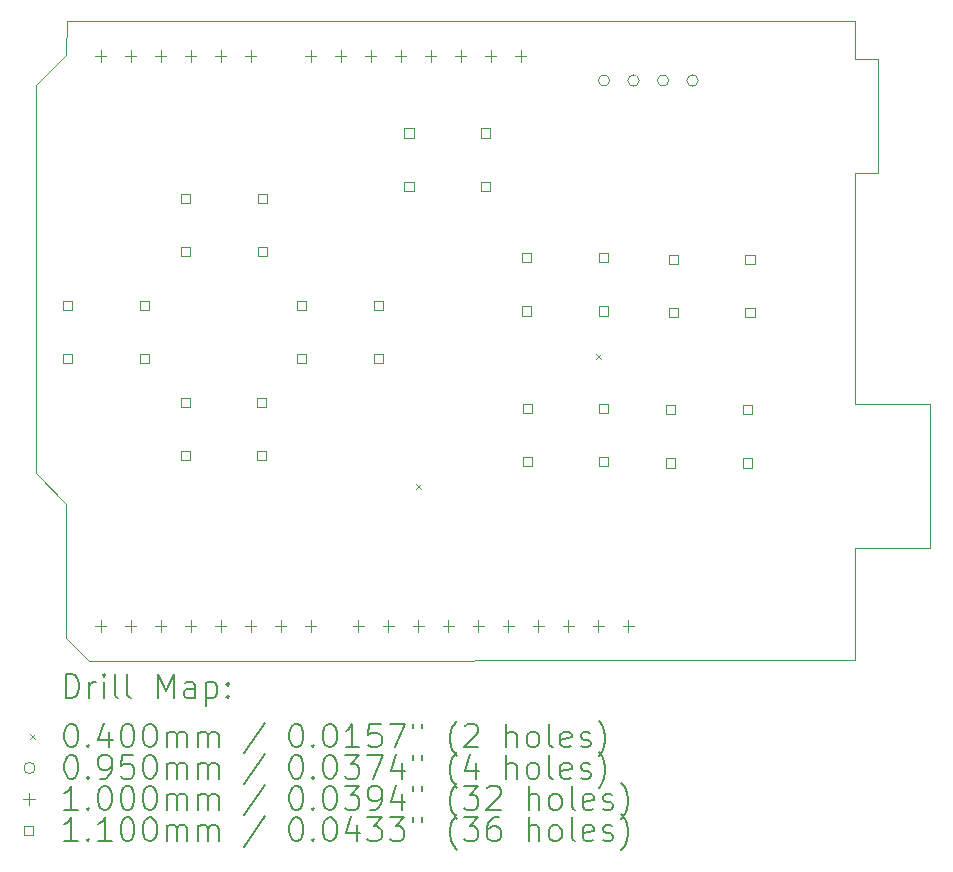
<source format=gbr>
%FSLAX45Y45*%
G04 Gerber Fmt 4.5, Leading zero omitted, Abs format (unit mm)*
G04 Created by KiCad (PCBNEW (6.0.6)) date 2022-11-26 23:59:41*
%MOMM*%
%LPD*%
G01*
G04 APERTURE LIST*
%TA.AperFunction,Profile*%
%ADD10C,0.100000*%
%TD*%
%ADD11C,0.200000*%
%ADD12C,0.040000*%
%ADD13C,0.095000*%
%ADD14C,0.100000*%
%ADD15C,0.110000*%
G04 APERTURE END LIST*
D10*
X4030980Y-6728460D02*
X4033520Y-6441440D01*
X3776980Y-6982460D02*
X4030980Y-6728460D01*
X3771900Y-10269220D02*
X3776980Y-6982460D01*
X4030980Y-10525760D02*
X3771900Y-10269220D01*
X4030980Y-11666220D02*
X4030980Y-10525760D01*
X4218940Y-11854180D02*
X4030980Y-11666220D01*
X10706100Y-11851640D02*
X4218940Y-11854180D01*
X10706100Y-10901680D02*
X10706100Y-11851640D01*
X11346180Y-10901680D02*
X10706100Y-10901680D01*
X11343640Y-9682480D02*
X11346180Y-10901680D01*
X10706100Y-9682480D02*
X11343640Y-9682480D01*
X10706100Y-7724140D02*
X10706100Y-9682480D01*
X10899140Y-7724140D02*
X10706100Y-7724140D01*
X10899140Y-6761480D02*
X10899140Y-7724140D01*
X10708640Y-6758940D02*
X10899140Y-6761480D01*
X10708640Y-6438900D02*
X10708640Y-6758940D01*
X4033520Y-6441440D02*
X10708640Y-6438900D01*
D11*
D12*
X6992940Y-10360980D02*
X7032940Y-10400980D01*
X7032940Y-10360980D02*
X6992940Y-10400980D01*
X8519480Y-9261160D02*
X8559480Y-9301160D01*
X8559480Y-9261160D02*
X8519480Y-9301160D01*
D13*
X8631080Y-6942660D02*
G75*
G03*
X8631080Y-6942660I-47500J0D01*
G01*
X8881080Y-6942660D02*
G75*
G03*
X8881080Y-6942660I-47500J0D01*
G01*
X9131080Y-6942660D02*
G75*
G03*
X9131080Y-6942660I-47500J0D01*
G01*
X9381080Y-6942660D02*
G75*
G03*
X9381080Y-6942660I-47500J0D01*
G01*
D14*
X4320540Y-6683540D02*
X4320540Y-6783540D01*
X4270540Y-6733540D02*
X4370540Y-6733540D01*
X4320540Y-11509540D02*
X4320540Y-11609540D01*
X4270540Y-11559540D02*
X4370540Y-11559540D01*
X4574540Y-6683540D02*
X4574540Y-6783540D01*
X4524540Y-6733540D02*
X4624540Y-6733540D01*
X4574540Y-11509540D02*
X4574540Y-11609540D01*
X4524540Y-11559540D02*
X4624540Y-11559540D01*
X4828540Y-6683540D02*
X4828540Y-6783540D01*
X4778540Y-6733540D02*
X4878540Y-6733540D01*
X4828540Y-11509540D02*
X4828540Y-11609540D01*
X4778540Y-11559540D02*
X4878540Y-11559540D01*
X5082540Y-6683540D02*
X5082540Y-6783540D01*
X5032540Y-6733540D02*
X5132540Y-6733540D01*
X5082540Y-11509540D02*
X5082540Y-11609540D01*
X5032540Y-11559540D02*
X5132540Y-11559540D01*
X5336540Y-6683540D02*
X5336540Y-6783540D01*
X5286540Y-6733540D02*
X5386540Y-6733540D01*
X5336540Y-11509540D02*
X5336540Y-11609540D01*
X5286540Y-11559540D02*
X5386540Y-11559540D01*
X5590540Y-6683540D02*
X5590540Y-6783540D01*
X5540540Y-6733540D02*
X5640540Y-6733540D01*
X5590540Y-11509540D02*
X5590540Y-11609540D01*
X5540540Y-11559540D02*
X5640540Y-11559540D01*
X5844540Y-11509540D02*
X5844540Y-11609540D01*
X5794540Y-11559540D02*
X5894540Y-11559540D01*
X6098540Y-6683540D02*
X6098540Y-6783540D01*
X6048540Y-6733540D02*
X6148540Y-6733540D01*
X6098540Y-11509540D02*
X6098540Y-11609540D01*
X6048540Y-11559540D02*
X6148540Y-11559540D01*
X6352540Y-6683540D02*
X6352540Y-6783540D01*
X6302540Y-6733540D02*
X6402540Y-6733540D01*
X6504540Y-11509540D02*
X6504540Y-11609540D01*
X6454540Y-11559540D02*
X6554540Y-11559540D01*
X6606540Y-6683540D02*
X6606540Y-6783540D01*
X6556540Y-6733540D02*
X6656540Y-6733540D01*
X6758540Y-11509540D02*
X6758540Y-11609540D01*
X6708540Y-11559540D02*
X6808540Y-11559540D01*
X6860540Y-6683540D02*
X6860540Y-6783540D01*
X6810540Y-6733540D02*
X6910540Y-6733540D01*
X7012540Y-11509540D02*
X7012540Y-11609540D01*
X6962540Y-11559540D02*
X7062540Y-11559540D01*
X7114540Y-6683540D02*
X7114540Y-6783540D01*
X7064540Y-6733540D02*
X7164540Y-6733540D01*
X7266540Y-11509540D02*
X7266540Y-11609540D01*
X7216540Y-11559540D02*
X7316540Y-11559540D01*
X7368540Y-6683540D02*
X7368540Y-6783540D01*
X7318540Y-6733540D02*
X7418540Y-6733540D01*
X7520540Y-11509540D02*
X7520540Y-11609540D01*
X7470540Y-11559540D02*
X7570540Y-11559540D01*
X7622540Y-6683540D02*
X7622540Y-6783540D01*
X7572540Y-6733540D02*
X7672540Y-6733540D01*
X7774540Y-11509540D02*
X7774540Y-11609540D01*
X7724540Y-11559540D02*
X7824540Y-11559540D01*
X7876540Y-6683540D02*
X7876540Y-6783540D01*
X7826540Y-6733540D02*
X7926540Y-6733540D01*
X8028540Y-11509540D02*
X8028540Y-11609540D01*
X7978540Y-11559540D02*
X8078540Y-11559540D01*
X8282540Y-11509540D02*
X8282540Y-11609540D01*
X8232540Y-11559540D02*
X8332540Y-11559540D01*
X8536540Y-11509540D02*
X8536540Y-11609540D01*
X8486540Y-11559540D02*
X8586540Y-11559540D01*
X8790540Y-11509540D02*
X8790540Y-11609540D01*
X8740540Y-11559540D02*
X8840540Y-11559540D01*
D15*
X4080151Y-8886771D02*
X4080151Y-8808989D01*
X4002369Y-8808989D01*
X4002369Y-8886771D01*
X4080151Y-8886771D01*
X4080151Y-9336771D02*
X4080151Y-9258989D01*
X4002369Y-9258989D01*
X4002369Y-9336771D01*
X4080151Y-9336771D01*
X4730151Y-8886771D02*
X4730151Y-8808989D01*
X4652369Y-8808989D01*
X4652369Y-8886771D01*
X4730151Y-8886771D01*
X4730151Y-9336771D02*
X4730151Y-9258989D01*
X4652369Y-9258989D01*
X4652369Y-9336771D01*
X4730151Y-9336771D01*
X5075831Y-9707191D02*
X5075831Y-9629409D01*
X4998049Y-9629409D01*
X4998049Y-9707191D01*
X5075831Y-9707191D01*
X5075831Y-10157191D02*
X5075831Y-10079409D01*
X4998049Y-10079409D01*
X4998049Y-10157191D01*
X5075831Y-10157191D01*
X5080911Y-7979991D02*
X5080911Y-7902209D01*
X5003129Y-7902209D01*
X5003129Y-7979991D01*
X5080911Y-7979991D01*
X5080911Y-8429991D02*
X5080911Y-8352209D01*
X5003129Y-8352209D01*
X5003129Y-8429991D01*
X5080911Y-8429991D01*
X5725831Y-9707191D02*
X5725831Y-9629409D01*
X5648049Y-9629409D01*
X5648049Y-9707191D01*
X5725831Y-9707191D01*
X5725831Y-10157191D02*
X5725831Y-10079409D01*
X5648049Y-10079409D01*
X5648049Y-10157191D01*
X5725831Y-10157191D01*
X5730911Y-7979991D02*
X5730911Y-7902209D01*
X5653129Y-7902209D01*
X5653129Y-7979991D01*
X5730911Y-7979991D01*
X5730911Y-8429991D02*
X5730911Y-8352209D01*
X5653129Y-8352209D01*
X5653129Y-8429991D01*
X5730911Y-8429991D01*
X6063891Y-8884231D02*
X6063891Y-8806449D01*
X5986109Y-8806449D01*
X5986109Y-8884231D01*
X6063891Y-8884231D01*
X6063891Y-9334231D02*
X6063891Y-9256449D01*
X5986109Y-9256449D01*
X5986109Y-9334231D01*
X6063891Y-9334231D01*
X6713891Y-8884231D02*
X6713891Y-8806449D01*
X6636109Y-8806449D01*
X6636109Y-8884231D01*
X6713891Y-8884231D01*
X6713891Y-9334231D02*
X6713891Y-9256449D01*
X6636109Y-9256449D01*
X6636109Y-9334231D01*
X6713891Y-9334231D01*
X6970671Y-7426271D02*
X6970671Y-7348489D01*
X6892889Y-7348489D01*
X6892889Y-7426271D01*
X6970671Y-7426271D01*
X6970671Y-7876271D02*
X6970671Y-7798489D01*
X6892889Y-7798489D01*
X6892889Y-7876271D01*
X6970671Y-7876271D01*
X7620671Y-7426271D02*
X7620671Y-7348489D01*
X7542889Y-7348489D01*
X7542889Y-7426271D01*
X7620671Y-7426271D01*
X7620671Y-7876271D02*
X7620671Y-7798489D01*
X7542889Y-7798489D01*
X7542889Y-7876271D01*
X7620671Y-7876271D01*
X7968891Y-8482911D02*
X7968891Y-8405129D01*
X7891109Y-8405129D01*
X7891109Y-8482911D01*
X7968891Y-8482911D01*
X7968891Y-8932911D02*
X7968891Y-8855129D01*
X7891109Y-8855129D01*
X7891109Y-8932911D01*
X7968891Y-8932911D01*
X7971431Y-9757991D02*
X7971431Y-9680209D01*
X7893649Y-9680209D01*
X7893649Y-9757991D01*
X7971431Y-9757991D01*
X7971431Y-10207991D02*
X7971431Y-10130209D01*
X7893649Y-10130209D01*
X7893649Y-10207991D01*
X7971431Y-10207991D01*
X8618891Y-8482911D02*
X8618891Y-8405129D01*
X8541109Y-8405129D01*
X8541109Y-8482911D01*
X8618891Y-8482911D01*
X8618891Y-8932911D02*
X8618891Y-8855129D01*
X8541109Y-8855129D01*
X8541109Y-8932911D01*
X8618891Y-8932911D01*
X8621431Y-9757991D02*
X8621431Y-9680209D01*
X8543649Y-9680209D01*
X8543649Y-9757991D01*
X8621431Y-9757991D01*
X8621431Y-10207991D02*
X8621431Y-10130209D01*
X8543649Y-10130209D01*
X8543649Y-10207991D01*
X8621431Y-10207991D01*
X9187971Y-9769631D02*
X9187971Y-9691849D01*
X9110189Y-9691849D01*
X9110189Y-9769631D01*
X9187971Y-9769631D01*
X9187971Y-10219631D02*
X9187971Y-10141849D01*
X9110189Y-10141849D01*
X9110189Y-10219631D01*
X9187971Y-10219631D01*
X9208291Y-8497091D02*
X9208291Y-8419309D01*
X9130509Y-8419309D01*
X9130509Y-8497091D01*
X9208291Y-8497091D01*
X9208291Y-8947091D02*
X9208291Y-8869309D01*
X9130509Y-8869309D01*
X9130509Y-8947091D01*
X9208291Y-8947091D01*
X9837971Y-9769631D02*
X9837971Y-9691849D01*
X9760189Y-9691849D01*
X9760189Y-9769631D01*
X9837971Y-9769631D01*
X9837971Y-10219631D02*
X9837971Y-10141849D01*
X9760189Y-10141849D01*
X9760189Y-10219631D01*
X9837971Y-10219631D01*
X9858291Y-8497091D02*
X9858291Y-8419309D01*
X9780509Y-8419309D01*
X9780509Y-8497091D01*
X9858291Y-8497091D01*
X9858291Y-8947091D02*
X9858291Y-8869309D01*
X9780509Y-8869309D01*
X9780509Y-8947091D01*
X9858291Y-8947091D01*
D11*
X4024519Y-12169656D02*
X4024519Y-11969656D01*
X4072138Y-11969656D01*
X4100709Y-11979180D01*
X4119757Y-11998228D01*
X4129281Y-12017275D01*
X4138805Y-12055370D01*
X4138805Y-12083942D01*
X4129281Y-12122037D01*
X4119757Y-12141085D01*
X4100709Y-12160132D01*
X4072138Y-12169656D01*
X4024519Y-12169656D01*
X4224519Y-12169656D02*
X4224519Y-12036323D01*
X4224519Y-12074418D02*
X4234043Y-12055370D01*
X4243567Y-12045847D01*
X4262614Y-12036323D01*
X4281662Y-12036323D01*
X4348329Y-12169656D02*
X4348329Y-12036323D01*
X4348329Y-11969656D02*
X4338805Y-11979180D01*
X4348329Y-11988704D01*
X4357852Y-11979180D01*
X4348329Y-11969656D01*
X4348329Y-11988704D01*
X4472138Y-12169656D02*
X4453090Y-12160132D01*
X4443567Y-12141085D01*
X4443567Y-11969656D01*
X4576900Y-12169656D02*
X4557852Y-12160132D01*
X4548329Y-12141085D01*
X4548329Y-11969656D01*
X4805471Y-12169656D02*
X4805471Y-11969656D01*
X4872138Y-12112513D01*
X4938805Y-11969656D01*
X4938805Y-12169656D01*
X5119757Y-12169656D02*
X5119757Y-12064894D01*
X5110233Y-12045847D01*
X5091186Y-12036323D01*
X5053090Y-12036323D01*
X5034043Y-12045847D01*
X5119757Y-12160132D02*
X5100710Y-12169656D01*
X5053090Y-12169656D01*
X5034043Y-12160132D01*
X5024519Y-12141085D01*
X5024519Y-12122037D01*
X5034043Y-12102989D01*
X5053090Y-12093466D01*
X5100710Y-12093466D01*
X5119757Y-12083942D01*
X5214995Y-12036323D02*
X5214995Y-12236323D01*
X5214995Y-12045847D02*
X5234043Y-12036323D01*
X5272138Y-12036323D01*
X5291186Y-12045847D01*
X5300710Y-12055370D01*
X5310233Y-12074418D01*
X5310233Y-12131561D01*
X5300710Y-12150608D01*
X5291186Y-12160132D01*
X5272138Y-12169656D01*
X5234043Y-12169656D01*
X5214995Y-12160132D01*
X5395948Y-12150608D02*
X5405471Y-12160132D01*
X5395948Y-12169656D01*
X5386424Y-12160132D01*
X5395948Y-12150608D01*
X5395948Y-12169656D01*
X5395948Y-12045847D02*
X5405471Y-12055370D01*
X5395948Y-12064894D01*
X5386424Y-12055370D01*
X5395948Y-12045847D01*
X5395948Y-12064894D01*
D12*
X3726900Y-12479180D02*
X3766900Y-12519180D01*
X3766900Y-12479180D02*
X3726900Y-12519180D01*
D11*
X4062614Y-12389656D02*
X4081662Y-12389656D01*
X4100709Y-12399180D01*
X4110233Y-12408704D01*
X4119757Y-12427751D01*
X4129281Y-12465847D01*
X4129281Y-12513466D01*
X4119757Y-12551561D01*
X4110233Y-12570608D01*
X4100709Y-12580132D01*
X4081662Y-12589656D01*
X4062614Y-12589656D01*
X4043567Y-12580132D01*
X4034043Y-12570608D01*
X4024519Y-12551561D01*
X4014995Y-12513466D01*
X4014995Y-12465847D01*
X4024519Y-12427751D01*
X4034043Y-12408704D01*
X4043567Y-12399180D01*
X4062614Y-12389656D01*
X4214995Y-12570608D02*
X4224519Y-12580132D01*
X4214995Y-12589656D01*
X4205471Y-12580132D01*
X4214995Y-12570608D01*
X4214995Y-12589656D01*
X4395948Y-12456323D02*
X4395948Y-12589656D01*
X4348329Y-12380132D02*
X4300710Y-12522989D01*
X4424519Y-12522989D01*
X4538805Y-12389656D02*
X4557852Y-12389656D01*
X4576900Y-12399180D01*
X4586424Y-12408704D01*
X4595948Y-12427751D01*
X4605471Y-12465847D01*
X4605471Y-12513466D01*
X4595948Y-12551561D01*
X4586424Y-12570608D01*
X4576900Y-12580132D01*
X4557852Y-12589656D01*
X4538805Y-12589656D01*
X4519757Y-12580132D01*
X4510233Y-12570608D01*
X4500710Y-12551561D01*
X4491186Y-12513466D01*
X4491186Y-12465847D01*
X4500710Y-12427751D01*
X4510233Y-12408704D01*
X4519757Y-12399180D01*
X4538805Y-12389656D01*
X4729281Y-12389656D02*
X4748329Y-12389656D01*
X4767376Y-12399180D01*
X4776900Y-12408704D01*
X4786424Y-12427751D01*
X4795948Y-12465847D01*
X4795948Y-12513466D01*
X4786424Y-12551561D01*
X4776900Y-12570608D01*
X4767376Y-12580132D01*
X4748329Y-12589656D01*
X4729281Y-12589656D01*
X4710233Y-12580132D01*
X4700710Y-12570608D01*
X4691186Y-12551561D01*
X4681662Y-12513466D01*
X4681662Y-12465847D01*
X4691186Y-12427751D01*
X4700710Y-12408704D01*
X4710233Y-12399180D01*
X4729281Y-12389656D01*
X4881662Y-12589656D02*
X4881662Y-12456323D01*
X4881662Y-12475370D02*
X4891186Y-12465847D01*
X4910233Y-12456323D01*
X4938805Y-12456323D01*
X4957852Y-12465847D01*
X4967376Y-12484894D01*
X4967376Y-12589656D01*
X4967376Y-12484894D02*
X4976900Y-12465847D01*
X4995948Y-12456323D01*
X5024519Y-12456323D01*
X5043567Y-12465847D01*
X5053090Y-12484894D01*
X5053090Y-12589656D01*
X5148329Y-12589656D02*
X5148329Y-12456323D01*
X5148329Y-12475370D02*
X5157852Y-12465847D01*
X5176900Y-12456323D01*
X5205471Y-12456323D01*
X5224519Y-12465847D01*
X5234043Y-12484894D01*
X5234043Y-12589656D01*
X5234043Y-12484894D02*
X5243567Y-12465847D01*
X5262614Y-12456323D01*
X5291186Y-12456323D01*
X5310233Y-12465847D01*
X5319757Y-12484894D01*
X5319757Y-12589656D01*
X5710233Y-12380132D02*
X5538805Y-12637275D01*
X5967376Y-12389656D02*
X5986424Y-12389656D01*
X6005471Y-12399180D01*
X6014995Y-12408704D01*
X6024519Y-12427751D01*
X6034043Y-12465847D01*
X6034043Y-12513466D01*
X6024519Y-12551561D01*
X6014995Y-12570608D01*
X6005471Y-12580132D01*
X5986424Y-12589656D01*
X5967376Y-12589656D01*
X5948328Y-12580132D01*
X5938805Y-12570608D01*
X5929281Y-12551561D01*
X5919757Y-12513466D01*
X5919757Y-12465847D01*
X5929281Y-12427751D01*
X5938805Y-12408704D01*
X5948328Y-12399180D01*
X5967376Y-12389656D01*
X6119757Y-12570608D02*
X6129281Y-12580132D01*
X6119757Y-12589656D01*
X6110233Y-12580132D01*
X6119757Y-12570608D01*
X6119757Y-12589656D01*
X6253090Y-12389656D02*
X6272138Y-12389656D01*
X6291186Y-12399180D01*
X6300709Y-12408704D01*
X6310233Y-12427751D01*
X6319757Y-12465847D01*
X6319757Y-12513466D01*
X6310233Y-12551561D01*
X6300709Y-12570608D01*
X6291186Y-12580132D01*
X6272138Y-12589656D01*
X6253090Y-12589656D01*
X6234043Y-12580132D01*
X6224519Y-12570608D01*
X6214995Y-12551561D01*
X6205471Y-12513466D01*
X6205471Y-12465847D01*
X6214995Y-12427751D01*
X6224519Y-12408704D01*
X6234043Y-12399180D01*
X6253090Y-12389656D01*
X6510233Y-12589656D02*
X6395948Y-12589656D01*
X6453090Y-12589656D02*
X6453090Y-12389656D01*
X6434043Y-12418228D01*
X6414995Y-12437275D01*
X6395948Y-12446799D01*
X6691186Y-12389656D02*
X6595948Y-12389656D01*
X6586424Y-12484894D01*
X6595948Y-12475370D01*
X6614995Y-12465847D01*
X6662614Y-12465847D01*
X6681662Y-12475370D01*
X6691186Y-12484894D01*
X6700709Y-12503942D01*
X6700709Y-12551561D01*
X6691186Y-12570608D01*
X6681662Y-12580132D01*
X6662614Y-12589656D01*
X6614995Y-12589656D01*
X6595948Y-12580132D01*
X6586424Y-12570608D01*
X6767376Y-12389656D02*
X6900709Y-12389656D01*
X6814995Y-12589656D01*
X6967376Y-12389656D02*
X6967376Y-12427751D01*
X7043567Y-12389656D02*
X7043567Y-12427751D01*
X7338805Y-12665847D02*
X7329281Y-12656323D01*
X7310233Y-12627751D01*
X7300709Y-12608704D01*
X7291186Y-12580132D01*
X7281662Y-12532513D01*
X7281662Y-12494418D01*
X7291186Y-12446799D01*
X7300709Y-12418228D01*
X7310233Y-12399180D01*
X7329281Y-12370608D01*
X7338805Y-12361085D01*
X7405471Y-12408704D02*
X7414995Y-12399180D01*
X7434043Y-12389656D01*
X7481662Y-12389656D01*
X7500709Y-12399180D01*
X7510233Y-12408704D01*
X7519757Y-12427751D01*
X7519757Y-12446799D01*
X7510233Y-12475370D01*
X7395948Y-12589656D01*
X7519757Y-12589656D01*
X7757852Y-12589656D02*
X7757852Y-12389656D01*
X7843567Y-12589656D02*
X7843567Y-12484894D01*
X7834043Y-12465847D01*
X7814995Y-12456323D01*
X7786424Y-12456323D01*
X7767376Y-12465847D01*
X7757852Y-12475370D01*
X7967376Y-12589656D02*
X7948328Y-12580132D01*
X7938805Y-12570608D01*
X7929281Y-12551561D01*
X7929281Y-12494418D01*
X7938805Y-12475370D01*
X7948328Y-12465847D01*
X7967376Y-12456323D01*
X7995948Y-12456323D01*
X8014995Y-12465847D01*
X8024519Y-12475370D01*
X8034043Y-12494418D01*
X8034043Y-12551561D01*
X8024519Y-12570608D01*
X8014995Y-12580132D01*
X7995948Y-12589656D01*
X7967376Y-12589656D01*
X8148328Y-12589656D02*
X8129281Y-12580132D01*
X8119757Y-12561085D01*
X8119757Y-12389656D01*
X8300709Y-12580132D02*
X8281662Y-12589656D01*
X8243567Y-12589656D01*
X8224519Y-12580132D01*
X8214995Y-12561085D01*
X8214995Y-12484894D01*
X8224519Y-12465847D01*
X8243567Y-12456323D01*
X8281662Y-12456323D01*
X8300709Y-12465847D01*
X8310233Y-12484894D01*
X8310233Y-12503942D01*
X8214995Y-12522989D01*
X8386424Y-12580132D02*
X8405471Y-12589656D01*
X8443567Y-12589656D01*
X8462614Y-12580132D01*
X8472138Y-12561085D01*
X8472138Y-12551561D01*
X8462614Y-12532513D01*
X8443567Y-12522989D01*
X8414995Y-12522989D01*
X8395948Y-12513466D01*
X8386424Y-12494418D01*
X8386424Y-12484894D01*
X8395948Y-12465847D01*
X8414995Y-12456323D01*
X8443567Y-12456323D01*
X8462614Y-12465847D01*
X8538805Y-12665847D02*
X8548329Y-12656323D01*
X8567376Y-12627751D01*
X8576900Y-12608704D01*
X8586424Y-12580132D01*
X8595948Y-12532513D01*
X8595948Y-12494418D01*
X8586424Y-12446799D01*
X8576900Y-12418228D01*
X8567376Y-12399180D01*
X8548329Y-12370608D01*
X8538805Y-12361085D01*
D13*
X3766900Y-12763180D02*
G75*
G03*
X3766900Y-12763180I-47500J0D01*
G01*
D11*
X4062614Y-12653656D02*
X4081662Y-12653656D01*
X4100709Y-12663180D01*
X4110233Y-12672704D01*
X4119757Y-12691751D01*
X4129281Y-12729847D01*
X4129281Y-12777466D01*
X4119757Y-12815561D01*
X4110233Y-12834608D01*
X4100709Y-12844132D01*
X4081662Y-12853656D01*
X4062614Y-12853656D01*
X4043567Y-12844132D01*
X4034043Y-12834608D01*
X4024519Y-12815561D01*
X4014995Y-12777466D01*
X4014995Y-12729847D01*
X4024519Y-12691751D01*
X4034043Y-12672704D01*
X4043567Y-12663180D01*
X4062614Y-12653656D01*
X4214995Y-12834608D02*
X4224519Y-12844132D01*
X4214995Y-12853656D01*
X4205471Y-12844132D01*
X4214995Y-12834608D01*
X4214995Y-12853656D01*
X4319757Y-12853656D02*
X4357852Y-12853656D01*
X4376900Y-12844132D01*
X4386424Y-12834608D01*
X4405471Y-12806037D01*
X4414995Y-12767942D01*
X4414995Y-12691751D01*
X4405471Y-12672704D01*
X4395948Y-12663180D01*
X4376900Y-12653656D01*
X4338805Y-12653656D01*
X4319757Y-12663180D01*
X4310233Y-12672704D01*
X4300710Y-12691751D01*
X4300710Y-12739370D01*
X4310233Y-12758418D01*
X4319757Y-12767942D01*
X4338805Y-12777466D01*
X4376900Y-12777466D01*
X4395948Y-12767942D01*
X4405471Y-12758418D01*
X4414995Y-12739370D01*
X4595948Y-12653656D02*
X4500710Y-12653656D01*
X4491186Y-12748894D01*
X4500710Y-12739370D01*
X4519757Y-12729847D01*
X4567376Y-12729847D01*
X4586424Y-12739370D01*
X4595948Y-12748894D01*
X4605471Y-12767942D01*
X4605471Y-12815561D01*
X4595948Y-12834608D01*
X4586424Y-12844132D01*
X4567376Y-12853656D01*
X4519757Y-12853656D01*
X4500710Y-12844132D01*
X4491186Y-12834608D01*
X4729281Y-12653656D02*
X4748329Y-12653656D01*
X4767376Y-12663180D01*
X4776900Y-12672704D01*
X4786424Y-12691751D01*
X4795948Y-12729847D01*
X4795948Y-12777466D01*
X4786424Y-12815561D01*
X4776900Y-12834608D01*
X4767376Y-12844132D01*
X4748329Y-12853656D01*
X4729281Y-12853656D01*
X4710233Y-12844132D01*
X4700710Y-12834608D01*
X4691186Y-12815561D01*
X4681662Y-12777466D01*
X4681662Y-12729847D01*
X4691186Y-12691751D01*
X4700710Y-12672704D01*
X4710233Y-12663180D01*
X4729281Y-12653656D01*
X4881662Y-12853656D02*
X4881662Y-12720323D01*
X4881662Y-12739370D02*
X4891186Y-12729847D01*
X4910233Y-12720323D01*
X4938805Y-12720323D01*
X4957852Y-12729847D01*
X4967376Y-12748894D01*
X4967376Y-12853656D01*
X4967376Y-12748894D02*
X4976900Y-12729847D01*
X4995948Y-12720323D01*
X5024519Y-12720323D01*
X5043567Y-12729847D01*
X5053090Y-12748894D01*
X5053090Y-12853656D01*
X5148329Y-12853656D02*
X5148329Y-12720323D01*
X5148329Y-12739370D02*
X5157852Y-12729847D01*
X5176900Y-12720323D01*
X5205471Y-12720323D01*
X5224519Y-12729847D01*
X5234043Y-12748894D01*
X5234043Y-12853656D01*
X5234043Y-12748894D02*
X5243567Y-12729847D01*
X5262614Y-12720323D01*
X5291186Y-12720323D01*
X5310233Y-12729847D01*
X5319757Y-12748894D01*
X5319757Y-12853656D01*
X5710233Y-12644132D02*
X5538805Y-12901275D01*
X5967376Y-12653656D02*
X5986424Y-12653656D01*
X6005471Y-12663180D01*
X6014995Y-12672704D01*
X6024519Y-12691751D01*
X6034043Y-12729847D01*
X6034043Y-12777466D01*
X6024519Y-12815561D01*
X6014995Y-12834608D01*
X6005471Y-12844132D01*
X5986424Y-12853656D01*
X5967376Y-12853656D01*
X5948328Y-12844132D01*
X5938805Y-12834608D01*
X5929281Y-12815561D01*
X5919757Y-12777466D01*
X5919757Y-12729847D01*
X5929281Y-12691751D01*
X5938805Y-12672704D01*
X5948328Y-12663180D01*
X5967376Y-12653656D01*
X6119757Y-12834608D02*
X6129281Y-12844132D01*
X6119757Y-12853656D01*
X6110233Y-12844132D01*
X6119757Y-12834608D01*
X6119757Y-12853656D01*
X6253090Y-12653656D02*
X6272138Y-12653656D01*
X6291186Y-12663180D01*
X6300709Y-12672704D01*
X6310233Y-12691751D01*
X6319757Y-12729847D01*
X6319757Y-12777466D01*
X6310233Y-12815561D01*
X6300709Y-12834608D01*
X6291186Y-12844132D01*
X6272138Y-12853656D01*
X6253090Y-12853656D01*
X6234043Y-12844132D01*
X6224519Y-12834608D01*
X6214995Y-12815561D01*
X6205471Y-12777466D01*
X6205471Y-12729847D01*
X6214995Y-12691751D01*
X6224519Y-12672704D01*
X6234043Y-12663180D01*
X6253090Y-12653656D01*
X6386424Y-12653656D02*
X6510233Y-12653656D01*
X6443567Y-12729847D01*
X6472138Y-12729847D01*
X6491186Y-12739370D01*
X6500709Y-12748894D01*
X6510233Y-12767942D01*
X6510233Y-12815561D01*
X6500709Y-12834608D01*
X6491186Y-12844132D01*
X6472138Y-12853656D01*
X6414995Y-12853656D01*
X6395948Y-12844132D01*
X6386424Y-12834608D01*
X6576900Y-12653656D02*
X6710233Y-12653656D01*
X6624519Y-12853656D01*
X6872138Y-12720323D02*
X6872138Y-12853656D01*
X6824519Y-12644132D02*
X6776900Y-12786989D01*
X6900709Y-12786989D01*
X6967376Y-12653656D02*
X6967376Y-12691751D01*
X7043567Y-12653656D02*
X7043567Y-12691751D01*
X7338805Y-12929847D02*
X7329281Y-12920323D01*
X7310233Y-12891751D01*
X7300709Y-12872704D01*
X7291186Y-12844132D01*
X7281662Y-12796513D01*
X7281662Y-12758418D01*
X7291186Y-12710799D01*
X7300709Y-12682228D01*
X7310233Y-12663180D01*
X7329281Y-12634608D01*
X7338805Y-12625085D01*
X7500709Y-12720323D02*
X7500709Y-12853656D01*
X7453090Y-12644132D02*
X7405471Y-12786989D01*
X7529281Y-12786989D01*
X7757852Y-12853656D02*
X7757852Y-12653656D01*
X7843567Y-12853656D02*
X7843567Y-12748894D01*
X7834043Y-12729847D01*
X7814995Y-12720323D01*
X7786424Y-12720323D01*
X7767376Y-12729847D01*
X7757852Y-12739370D01*
X7967376Y-12853656D02*
X7948328Y-12844132D01*
X7938805Y-12834608D01*
X7929281Y-12815561D01*
X7929281Y-12758418D01*
X7938805Y-12739370D01*
X7948328Y-12729847D01*
X7967376Y-12720323D01*
X7995948Y-12720323D01*
X8014995Y-12729847D01*
X8024519Y-12739370D01*
X8034043Y-12758418D01*
X8034043Y-12815561D01*
X8024519Y-12834608D01*
X8014995Y-12844132D01*
X7995948Y-12853656D01*
X7967376Y-12853656D01*
X8148328Y-12853656D02*
X8129281Y-12844132D01*
X8119757Y-12825085D01*
X8119757Y-12653656D01*
X8300709Y-12844132D02*
X8281662Y-12853656D01*
X8243567Y-12853656D01*
X8224519Y-12844132D01*
X8214995Y-12825085D01*
X8214995Y-12748894D01*
X8224519Y-12729847D01*
X8243567Y-12720323D01*
X8281662Y-12720323D01*
X8300709Y-12729847D01*
X8310233Y-12748894D01*
X8310233Y-12767942D01*
X8214995Y-12786989D01*
X8386424Y-12844132D02*
X8405471Y-12853656D01*
X8443567Y-12853656D01*
X8462614Y-12844132D01*
X8472138Y-12825085D01*
X8472138Y-12815561D01*
X8462614Y-12796513D01*
X8443567Y-12786989D01*
X8414995Y-12786989D01*
X8395948Y-12777466D01*
X8386424Y-12758418D01*
X8386424Y-12748894D01*
X8395948Y-12729847D01*
X8414995Y-12720323D01*
X8443567Y-12720323D01*
X8462614Y-12729847D01*
X8538805Y-12929847D02*
X8548329Y-12920323D01*
X8567376Y-12891751D01*
X8576900Y-12872704D01*
X8586424Y-12844132D01*
X8595948Y-12796513D01*
X8595948Y-12758418D01*
X8586424Y-12710799D01*
X8576900Y-12682228D01*
X8567376Y-12663180D01*
X8548329Y-12634608D01*
X8538805Y-12625085D01*
D14*
X3716900Y-12977180D02*
X3716900Y-13077180D01*
X3666900Y-13027180D02*
X3766900Y-13027180D01*
D11*
X4129281Y-13117656D02*
X4014995Y-13117656D01*
X4072138Y-13117656D02*
X4072138Y-12917656D01*
X4053090Y-12946228D01*
X4034043Y-12965275D01*
X4014995Y-12974799D01*
X4214995Y-13098608D02*
X4224519Y-13108132D01*
X4214995Y-13117656D01*
X4205471Y-13108132D01*
X4214995Y-13098608D01*
X4214995Y-13117656D01*
X4348329Y-12917656D02*
X4367376Y-12917656D01*
X4386424Y-12927180D01*
X4395948Y-12936704D01*
X4405471Y-12955751D01*
X4414995Y-12993847D01*
X4414995Y-13041466D01*
X4405471Y-13079561D01*
X4395948Y-13098608D01*
X4386424Y-13108132D01*
X4367376Y-13117656D01*
X4348329Y-13117656D01*
X4329281Y-13108132D01*
X4319757Y-13098608D01*
X4310233Y-13079561D01*
X4300710Y-13041466D01*
X4300710Y-12993847D01*
X4310233Y-12955751D01*
X4319757Y-12936704D01*
X4329281Y-12927180D01*
X4348329Y-12917656D01*
X4538805Y-12917656D02*
X4557852Y-12917656D01*
X4576900Y-12927180D01*
X4586424Y-12936704D01*
X4595948Y-12955751D01*
X4605471Y-12993847D01*
X4605471Y-13041466D01*
X4595948Y-13079561D01*
X4586424Y-13098608D01*
X4576900Y-13108132D01*
X4557852Y-13117656D01*
X4538805Y-13117656D01*
X4519757Y-13108132D01*
X4510233Y-13098608D01*
X4500710Y-13079561D01*
X4491186Y-13041466D01*
X4491186Y-12993847D01*
X4500710Y-12955751D01*
X4510233Y-12936704D01*
X4519757Y-12927180D01*
X4538805Y-12917656D01*
X4729281Y-12917656D02*
X4748329Y-12917656D01*
X4767376Y-12927180D01*
X4776900Y-12936704D01*
X4786424Y-12955751D01*
X4795948Y-12993847D01*
X4795948Y-13041466D01*
X4786424Y-13079561D01*
X4776900Y-13098608D01*
X4767376Y-13108132D01*
X4748329Y-13117656D01*
X4729281Y-13117656D01*
X4710233Y-13108132D01*
X4700710Y-13098608D01*
X4691186Y-13079561D01*
X4681662Y-13041466D01*
X4681662Y-12993847D01*
X4691186Y-12955751D01*
X4700710Y-12936704D01*
X4710233Y-12927180D01*
X4729281Y-12917656D01*
X4881662Y-13117656D02*
X4881662Y-12984323D01*
X4881662Y-13003370D02*
X4891186Y-12993847D01*
X4910233Y-12984323D01*
X4938805Y-12984323D01*
X4957852Y-12993847D01*
X4967376Y-13012894D01*
X4967376Y-13117656D01*
X4967376Y-13012894D02*
X4976900Y-12993847D01*
X4995948Y-12984323D01*
X5024519Y-12984323D01*
X5043567Y-12993847D01*
X5053090Y-13012894D01*
X5053090Y-13117656D01*
X5148329Y-13117656D02*
X5148329Y-12984323D01*
X5148329Y-13003370D02*
X5157852Y-12993847D01*
X5176900Y-12984323D01*
X5205471Y-12984323D01*
X5224519Y-12993847D01*
X5234043Y-13012894D01*
X5234043Y-13117656D01*
X5234043Y-13012894D02*
X5243567Y-12993847D01*
X5262614Y-12984323D01*
X5291186Y-12984323D01*
X5310233Y-12993847D01*
X5319757Y-13012894D01*
X5319757Y-13117656D01*
X5710233Y-12908132D02*
X5538805Y-13165275D01*
X5967376Y-12917656D02*
X5986424Y-12917656D01*
X6005471Y-12927180D01*
X6014995Y-12936704D01*
X6024519Y-12955751D01*
X6034043Y-12993847D01*
X6034043Y-13041466D01*
X6024519Y-13079561D01*
X6014995Y-13098608D01*
X6005471Y-13108132D01*
X5986424Y-13117656D01*
X5967376Y-13117656D01*
X5948328Y-13108132D01*
X5938805Y-13098608D01*
X5929281Y-13079561D01*
X5919757Y-13041466D01*
X5919757Y-12993847D01*
X5929281Y-12955751D01*
X5938805Y-12936704D01*
X5948328Y-12927180D01*
X5967376Y-12917656D01*
X6119757Y-13098608D02*
X6129281Y-13108132D01*
X6119757Y-13117656D01*
X6110233Y-13108132D01*
X6119757Y-13098608D01*
X6119757Y-13117656D01*
X6253090Y-12917656D02*
X6272138Y-12917656D01*
X6291186Y-12927180D01*
X6300709Y-12936704D01*
X6310233Y-12955751D01*
X6319757Y-12993847D01*
X6319757Y-13041466D01*
X6310233Y-13079561D01*
X6300709Y-13098608D01*
X6291186Y-13108132D01*
X6272138Y-13117656D01*
X6253090Y-13117656D01*
X6234043Y-13108132D01*
X6224519Y-13098608D01*
X6214995Y-13079561D01*
X6205471Y-13041466D01*
X6205471Y-12993847D01*
X6214995Y-12955751D01*
X6224519Y-12936704D01*
X6234043Y-12927180D01*
X6253090Y-12917656D01*
X6386424Y-12917656D02*
X6510233Y-12917656D01*
X6443567Y-12993847D01*
X6472138Y-12993847D01*
X6491186Y-13003370D01*
X6500709Y-13012894D01*
X6510233Y-13031942D01*
X6510233Y-13079561D01*
X6500709Y-13098608D01*
X6491186Y-13108132D01*
X6472138Y-13117656D01*
X6414995Y-13117656D01*
X6395948Y-13108132D01*
X6386424Y-13098608D01*
X6605471Y-13117656D02*
X6643567Y-13117656D01*
X6662614Y-13108132D01*
X6672138Y-13098608D01*
X6691186Y-13070037D01*
X6700709Y-13031942D01*
X6700709Y-12955751D01*
X6691186Y-12936704D01*
X6681662Y-12927180D01*
X6662614Y-12917656D01*
X6624519Y-12917656D01*
X6605471Y-12927180D01*
X6595948Y-12936704D01*
X6586424Y-12955751D01*
X6586424Y-13003370D01*
X6595948Y-13022418D01*
X6605471Y-13031942D01*
X6624519Y-13041466D01*
X6662614Y-13041466D01*
X6681662Y-13031942D01*
X6691186Y-13022418D01*
X6700709Y-13003370D01*
X6872138Y-12984323D02*
X6872138Y-13117656D01*
X6824519Y-12908132D02*
X6776900Y-13050989D01*
X6900709Y-13050989D01*
X6967376Y-12917656D02*
X6967376Y-12955751D01*
X7043567Y-12917656D02*
X7043567Y-12955751D01*
X7338805Y-13193847D02*
X7329281Y-13184323D01*
X7310233Y-13155751D01*
X7300709Y-13136704D01*
X7291186Y-13108132D01*
X7281662Y-13060513D01*
X7281662Y-13022418D01*
X7291186Y-12974799D01*
X7300709Y-12946228D01*
X7310233Y-12927180D01*
X7329281Y-12898608D01*
X7338805Y-12889085D01*
X7395948Y-12917656D02*
X7519757Y-12917656D01*
X7453090Y-12993847D01*
X7481662Y-12993847D01*
X7500709Y-13003370D01*
X7510233Y-13012894D01*
X7519757Y-13031942D01*
X7519757Y-13079561D01*
X7510233Y-13098608D01*
X7500709Y-13108132D01*
X7481662Y-13117656D01*
X7424519Y-13117656D01*
X7405471Y-13108132D01*
X7395948Y-13098608D01*
X7595948Y-12936704D02*
X7605471Y-12927180D01*
X7624519Y-12917656D01*
X7672138Y-12917656D01*
X7691186Y-12927180D01*
X7700709Y-12936704D01*
X7710233Y-12955751D01*
X7710233Y-12974799D01*
X7700709Y-13003370D01*
X7586424Y-13117656D01*
X7710233Y-13117656D01*
X7948328Y-13117656D02*
X7948328Y-12917656D01*
X8034043Y-13117656D02*
X8034043Y-13012894D01*
X8024519Y-12993847D01*
X8005471Y-12984323D01*
X7976900Y-12984323D01*
X7957852Y-12993847D01*
X7948328Y-13003370D01*
X8157852Y-13117656D02*
X8138805Y-13108132D01*
X8129281Y-13098608D01*
X8119757Y-13079561D01*
X8119757Y-13022418D01*
X8129281Y-13003370D01*
X8138805Y-12993847D01*
X8157852Y-12984323D01*
X8186424Y-12984323D01*
X8205471Y-12993847D01*
X8214995Y-13003370D01*
X8224519Y-13022418D01*
X8224519Y-13079561D01*
X8214995Y-13098608D01*
X8205471Y-13108132D01*
X8186424Y-13117656D01*
X8157852Y-13117656D01*
X8338805Y-13117656D02*
X8319757Y-13108132D01*
X8310233Y-13089085D01*
X8310233Y-12917656D01*
X8491186Y-13108132D02*
X8472138Y-13117656D01*
X8434043Y-13117656D01*
X8414995Y-13108132D01*
X8405471Y-13089085D01*
X8405471Y-13012894D01*
X8414995Y-12993847D01*
X8434043Y-12984323D01*
X8472138Y-12984323D01*
X8491186Y-12993847D01*
X8500710Y-13012894D01*
X8500710Y-13031942D01*
X8405471Y-13050989D01*
X8576900Y-13108132D02*
X8595948Y-13117656D01*
X8634043Y-13117656D01*
X8653090Y-13108132D01*
X8662614Y-13089085D01*
X8662614Y-13079561D01*
X8653090Y-13060513D01*
X8634043Y-13050989D01*
X8605471Y-13050989D01*
X8586424Y-13041466D01*
X8576900Y-13022418D01*
X8576900Y-13012894D01*
X8586424Y-12993847D01*
X8605471Y-12984323D01*
X8634043Y-12984323D01*
X8653090Y-12993847D01*
X8729281Y-13193847D02*
X8738805Y-13184323D01*
X8757852Y-13155751D01*
X8767376Y-13136704D01*
X8776900Y-13108132D01*
X8786424Y-13060513D01*
X8786424Y-13022418D01*
X8776900Y-12974799D01*
X8767376Y-12946228D01*
X8757852Y-12927180D01*
X8738805Y-12898608D01*
X8729281Y-12889085D01*
D15*
X3750791Y-13330071D02*
X3750791Y-13252289D01*
X3673009Y-13252289D01*
X3673009Y-13330071D01*
X3750791Y-13330071D01*
D11*
X4129281Y-13381656D02*
X4014995Y-13381656D01*
X4072138Y-13381656D02*
X4072138Y-13181656D01*
X4053090Y-13210228D01*
X4034043Y-13229275D01*
X4014995Y-13238799D01*
X4214995Y-13362608D02*
X4224519Y-13372132D01*
X4214995Y-13381656D01*
X4205471Y-13372132D01*
X4214995Y-13362608D01*
X4214995Y-13381656D01*
X4414995Y-13381656D02*
X4300710Y-13381656D01*
X4357852Y-13381656D02*
X4357852Y-13181656D01*
X4338805Y-13210228D01*
X4319757Y-13229275D01*
X4300710Y-13238799D01*
X4538805Y-13181656D02*
X4557852Y-13181656D01*
X4576900Y-13191180D01*
X4586424Y-13200704D01*
X4595948Y-13219751D01*
X4605471Y-13257847D01*
X4605471Y-13305466D01*
X4595948Y-13343561D01*
X4586424Y-13362608D01*
X4576900Y-13372132D01*
X4557852Y-13381656D01*
X4538805Y-13381656D01*
X4519757Y-13372132D01*
X4510233Y-13362608D01*
X4500710Y-13343561D01*
X4491186Y-13305466D01*
X4491186Y-13257847D01*
X4500710Y-13219751D01*
X4510233Y-13200704D01*
X4519757Y-13191180D01*
X4538805Y-13181656D01*
X4729281Y-13181656D02*
X4748329Y-13181656D01*
X4767376Y-13191180D01*
X4776900Y-13200704D01*
X4786424Y-13219751D01*
X4795948Y-13257847D01*
X4795948Y-13305466D01*
X4786424Y-13343561D01*
X4776900Y-13362608D01*
X4767376Y-13372132D01*
X4748329Y-13381656D01*
X4729281Y-13381656D01*
X4710233Y-13372132D01*
X4700710Y-13362608D01*
X4691186Y-13343561D01*
X4681662Y-13305466D01*
X4681662Y-13257847D01*
X4691186Y-13219751D01*
X4700710Y-13200704D01*
X4710233Y-13191180D01*
X4729281Y-13181656D01*
X4881662Y-13381656D02*
X4881662Y-13248323D01*
X4881662Y-13267370D02*
X4891186Y-13257847D01*
X4910233Y-13248323D01*
X4938805Y-13248323D01*
X4957852Y-13257847D01*
X4967376Y-13276894D01*
X4967376Y-13381656D01*
X4967376Y-13276894D02*
X4976900Y-13257847D01*
X4995948Y-13248323D01*
X5024519Y-13248323D01*
X5043567Y-13257847D01*
X5053090Y-13276894D01*
X5053090Y-13381656D01*
X5148329Y-13381656D02*
X5148329Y-13248323D01*
X5148329Y-13267370D02*
X5157852Y-13257847D01*
X5176900Y-13248323D01*
X5205471Y-13248323D01*
X5224519Y-13257847D01*
X5234043Y-13276894D01*
X5234043Y-13381656D01*
X5234043Y-13276894D02*
X5243567Y-13257847D01*
X5262614Y-13248323D01*
X5291186Y-13248323D01*
X5310233Y-13257847D01*
X5319757Y-13276894D01*
X5319757Y-13381656D01*
X5710233Y-13172132D02*
X5538805Y-13429275D01*
X5967376Y-13181656D02*
X5986424Y-13181656D01*
X6005471Y-13191180D01*
X6014995Y-13200704D01*
X6024519Y-13219751D01*
X6034043Y-13257847D01*
X6034043Y-13305466D01*
X6024519Y-13343561D01*
X6014995Y-13362608D01*
X6005471Y-13372132D01*
X5986424Y-13381656D01*
X5967376Y-13381656D01*
X5948328Y-13372132D01*
X5938805Y-13362608D01*
X5929281Y-13343561D01*
X5919757Y-13305466D01*
X5919757Y-13257847D01*
X5929281Y-13219751D01*
X5938805Y-13200704D01*
X5948328Y-13191180D01*
X5967376Y-13181656D01*
X6119757Y-13362608D02*
X6129281Y-13372132D01*
X6119757Y-13381656D01*
X6110233Y-13372132D01*
X6119757Y-13362608D01*
X6119757Y-13381656D01*
X6253090Y-13181656D02*
X6272138Y-13181656D01*
X6291186Y-13191180D01*
X6300709Y-13200704D01*
X6310233Y-13219751D01*
X6319757Y-13257847D01*
X6319757Y-13305466D01*
X6310233Y-13343561D01*
X6300709Y-13362608D01*
X6291186Y-13372132D01*
X6272138Y-13381656D01*
X6253090Y-13381656D01*
X6234043Y-13372132D01*
X6224519Y-13362608D01*
X6214995Y-13343561D01*
X6205471Y-13305466D01*
X6205471Y-13257847D01*
X6214995Y-13219751D01*
X6224519Y-13200704D01*
X6234043Y-13191180D01*
X6253090Y-13181656D01*
X6491186Y-13248323D02*
X6491186Y-13381656D01*
X6443567Y-13172132D02*
X6395948Y-13314989D01*
X6519757Y-13314989D01*
X6576900Y-13181656D02*
X6700709Y-13181656D01*
X6634043Y-13257847D01*
X6662614Y-13257847D01*
X6681662Y-13267370D01*
X6691186Y-13276894D01*
X6700709Y-13295942D01*
X6700709Y-13343561D01*
X6691186Y-13362608D01*
X6681662Y-13372132D01*
X6662614Y-13381656D01*
X6605471Y-13381656D01*
X6586424Y-13372132D01*
X6576900Y-13362608D01*
X6767376Y-13181656D02*
X6891186Y-13181656D01*
X6824519Y-13257847D01*
X6853090Y-13257847D01*
X6872138Y-13267370D01*
X6881662Y-13276894D01*
X6891186Y-13295942D01*
X6891186Y-13343561D01*
X6881662Y-13362608D01*
X6872138Y-13372132D01*
X6853090Y-13381656D01*
X6795948Y-13381656D01*
X6776900Y-13372132D01*
X6767376Y-13362608D01*
X6967376Y-13181656D02*
X6967376Y-13219751D01*
X7043567Y-13181656D02*
X7043567Y-13219751D01*
X7338805Y-13457847D02*
X7329281Y-13448323D01*
X7310233Y-13419751D01*
X7300709Y-13400704D01*
X7291186Y-13372132D01*
X7281662Y-13324513D01*
X7281662Y-13286418D01*
X7291186Y-13238799D01*
X7300709Y-13210228D01*
X7310233Y-13191180D01*
X7329281Y-13162608D01*
X7338805Y-13153085D01*
X7395948Y-13181656D02*
X7519757Y-13181656D01*
X7453090Y-13257847D01*
X7481662Y-13257847D01*
X7500709Y-13267370D01*
X7510233Y-13276894D01*
X7519757Y-13295942D01*
X7519757Y-13343561D01*
X7510233Y-13362608D01*
X7500709Y-13372132D01*
X7481662Y-13381656D01*
X7424519Y-13381656D01*
X7405471Y-13372132D01*
X7395948Y-13362608D01*
X7691186Y-13181656D02*
X7653090Y-13181656D01*
X7634043Y-13191180D01*
X7624519Y-13200704D01*
X7605471Y-13229275D01*
X7595948Y-13267370D01*
X7595948Y-13343561D01*
X7605471Y-13362608D01*
X7614995Y-13372132D01*
X7634043Y-13381656D01*
X7672138Y-13381656D01*
X7691186Y-13372132D01*
X7700709Y-13362608D01*
X7710233Y-13343561D01*
X7710233Y-13295942D01*
X7700709Y-13276894D01*
X7691186Y-13267370D01*
X7672138Y-13257847D01*
X7634043Y-13257847D01*
X7614995Y-13267370D01*
X7605471Y-13276894D01*
X7595948Y-13295942D01*
X7948328Y-13381656D02*
X7948328Y-13181656D01*
X8034043Y-13381656D02*
X8034043Y-13276894D01*
X8024519Y-13257847D01*
X8005471Y-13248323D01*
X7976900Y-13248323D01*
X7957852Y-13257847D01*
X7948328Y-13267370D01*
X8157852Y-13381656D02*
X8138805Y-13372132D01*
X8129281Y-13362608D01*
X8119757Y-13343561D01*
X8119757Y-13286418D01*
X8129281Y-13267370D01*
X8138805Y-13257847D01*
X8157852Y-13248323D01*
X8186424Y-13248323D01*
X8205471Y-13257847D01*
X8214995Y-13267370D01*
X8224519Y-13286418D01*
X8224519Y-13343561D01*
X8214995Y-13362608D01*
X8205471Y-13372132D01*
X8186424Y-13381656D01*
X8157852Y-13381656D01*
X8338805Y-13381656D02*
X8319757Y-13372132D01*
X8310233Y-13353085D01*
X8310233Y-13181656D01*
X8491186Y-13372132D02*
X8472138Y-13381656D01*
X8434043Y-13381656D01*
X8414995Y-13372132D01*
X8405471Y-13353085D01*
X8405471Y-13276894D01*
X8414995Y-13257847D01*
X8434043Y-13248323D01*
X8472138Y-13248323D01*
X8491186Y-13257847D01*
X8500710Y-13276894D01*
X8500710Y-13295942D01*
X8405471Y-13314989D01*
X8576900Y-13372132D02*
X8595948Y-13381656D01*
X8634043Y-13381656D01*
X8653090Y-13372132D01*
X8662614Y-13353085D01*
X8662614Y-13343561D01*
X8653090Y-13324513D01*
X8634043Y-13314989D01*
X8605471Y-13314989D01*
X8586424Y-13305466D01*
X8576900Y-13286418D01*
X8576900Y-13276894D01*
X8586424Y-13257847D01*
X8605471Y-13248323D01*
X8634043Y-13248323D01*
X8653090Y-13257847D01*
X8729281Y-13457847D02*
X8738805Y-13448323D01*
X8757852Y-13419751D01*
X8767376Y-13400704D01*
X8776900Y-13372132D01*
X8786424Y-13324513D01*
X8786424Y-13286418D01*
X8776900Y-13238799D01*
X8767376Y-13210228D01*
X8757852Y-13191180D01*
X8738805Y-13162608D01*
X8729281Y-13153085D01*
M02*

</source>
